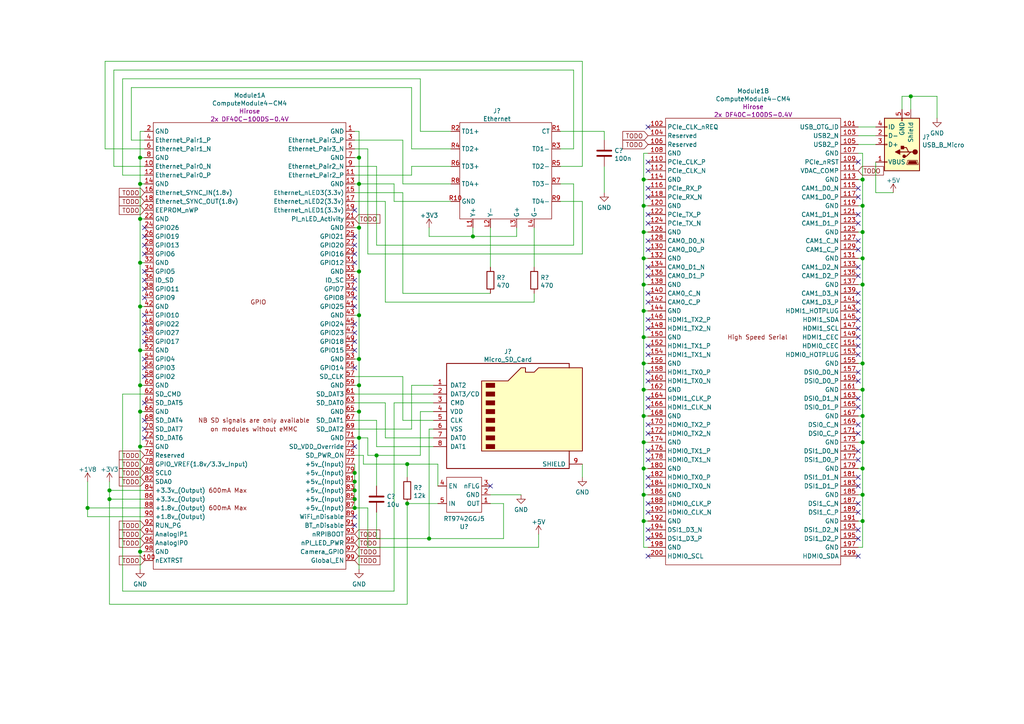
<source format=kicad_sch>
(kicad_sch (version 20210126) (generator eeschema)
  (paper "A4")
  (title_block (title "uCM4 Daughter Board") (date "2021-03-21") (rev "0.1.0"))
  (lib_symbols
    (symbol "CM4IO:ComputeModule4-CM4"
      (property "Reference" "Module" (at 113.03 -68.58 0))
      (property "Value" "ComputeModule4-CM4" (at 140.97 2.54 0))
      (property "Field4" "Hirose" (at 0 0 0))
      (property "Field5" "2x DF40C-100DS-0.4V" (at 0 -2.54 0))
      (symbol "ComputeModule4-CM4_1_0"
        (text "GPIO" (at 0 6.35 0) (effects (font (size 1.27 1.27))))
      )
      (symbol "ComputeModule4-CM4_1_1"
        (text "600mA Max" (at -8.89 -53.34 0) (effects (font (size 1.27 1.27))))
        (text "600mA Max" (at -8.89 -48.26 0) (effects (font (size 1.27 1.27))))
        (text "NB SD signals are only available" (at -1.27 -27.94 0) (effects (font (size 1.27 1.27))))
        (text "on modules without eMMC" (at -1.27 -30.48 0) (effects (font (size 1.27 1.27))))
        (rectangle (start -30.48 -71.12) (end 25.4 58.42))
        (pin power_in line (at 27.94 55.88 180) (length 2.54) (name "GND") (number "1"))
        (pin passive line (at -33.02 45.72 0) (length 2.54) (name "Ethernet_Pair0_N") (number "10"))
        (pin output line (at -33.02 -68.58 0) (length 2.54) (name "nEXTRST") (number "100"))
        (pin passive line (at 27.94 43.18 180) (length 2.54) (name "Ethernet_Pair2_P") (number "11"))
        (pin passive line (at -33.02 43.18 0) (length 2.54) (name "Ethernet_Pair0_P") (number "12"))
        (pin power_in line (at 27.94 40.64 180) (length 2.54) (name "GND") (number "13"))
        (pin power_in line (at -33.02 40.64 0) (length 2.54) (name "GND") (number "14"))
        (pin output line (at 27.94 38.1 180) (length 2.54) (name "Ethernet_nLED3(3.3v)") (number "15"))
        (pin input line (at -33.02 38.1 0) (length 2.54) (name "Ethernet_SYNC_IN(1.8v)") (number "16"))
        (pin output line (at 27.94 35.56 180) (length 2.54) (name "Ethernet_nLED2(3.3v)") (number "17"))
        (pin input line (at -33.02 35.56 0) (length 2.54) (name "Ethernet_SYNC_OUT(1.8v)") (number "18"))
        (pin output line (at 27.94 33.02 180) (length 2.54) (name "Ethernet_nLED1(3.3v)") (number "19"))
        (pin power_in line (at -33.02 55.88 0) (length 2.54) (name "GND") (number "2"))
        (pin passive line (at -33.02 33.02 0) (length 2.54) (name "EEPROM_nWP") (number "20"))
        (pin open_collector line (at 27.94 30.48 180) (length 2.54) (name "PI_nLED_Activity") (number "21"))
        (pin power_in line (at -33.02 30.48 0) (length 2.54) (name "GND") (number "22"))
        (pin power_in line (at 27.94 27.94 180) (length 2.54) (name "GND") (number "23"))
        (pin passive line (at -33.02 27.94 0) (length 2.54) (name "GPIO26") (number "24"))
        (pin passive line (at 27.94 25.4 180) (length 2.54) (name "GPIO21") (number "25"))
        (pin passive line (at -33.02 25.4 0) (length 2.54) (name "GPIO19") (number "26"))
        (pin passive line (at 27.94 22.86 180) (length 2.54) (name "GPIO20") (number "27"))
        (pin passive line (at -33.02 22.86 0) (length 2.54) (name "GPIO13") (number "28"))
        (pin passive line (at 27.94 20.32 180) (length 2.54) (name "GPIO16") (number "29"))
        (pin passive line (at 27.94 53.34 180) (length 2.54) (name "Ethernet_Pair3_P") (number "3"))
        (pin passive line (at -33.02 20.32 0) (length 2.54) (name "GPIO6") (number "30"))
        (pin passive line (at 27.94 17.78 180) (length 2.54) (name "GPIO12") (number "31"))
        (pin power_in line (at -33.02 17.78 0) (length 2.54) (name "GND") (number "32"))
        (pin power_in line (at 27.94 15.24 180) (length 2.54) (name "GND") (number "33"))
        (pin passive line (at -33.02 15.24 0) (length 2.54) (name "GPIO5") (number "34"))
        (pin passive line (at 27.94 12.7 180) (length 2.54) (name "ID_SC") (number "35"))
        (pin passive line (at -33.02 12.7 0) (length 2.54) (name "ID_SD") (number "36"))
        (pin passive line (at 27.94 10.16 180) (length 2.54) (name "GPIO7") (number "37"))
        (pin passive line (at -33.02 10.16 0) (length 2.54) (name "GPIO11") (number "38"))
        (pin passive line (at 27.94 7.62 180) (length 2.54) (name "GPIO8") (number "39"))
        (pin passive line (at -33.02 53.34 0) (length 2.54) (name "Ethernet_Pair1_P") (number "4"))
        (pin passive line (at -33.02 7.62 0) (length 2.54) (name "GPIO9") (number "40"))
        (pin passive line (at 27.94 5.08 180) (length 2.54) (name "GPIO25") (number "41"))
        (pin power_in line (at -33.02 5.08 0) (length 2.54) (name "GND") (number "42"))
        (pin power_in line (at 27.94 2.54 180) (length 2.54) (name "GND") (number "43"))
        (pin passive line (at -33.02 2.54 0) (length 2.54) (name "GPIO10") (number "44"))
        (pin passive line (at 27.94 0 180) (length 2.54) (name "GPIO24") (number "45"))
        (pin passive line (at -33.02 0 0) (length 2.54) (name "GPIO22") (number "46"))
        (pin passive line (at 27.94 -2.54 180) (length 2.54) (name "GPIO23") (number "47"))
        (pin passive line (at -33.02 -2.54 0) (length 2.54) (name "GPIO27") (number "48"))
        (pin passive line (at 27.94 -5.08 180) (length 2.54) (name "GPIO18") (number "49"))
        (pin passive line (at 27.94 50.8 180) (length 2.54) (name "Ethernet_Pair3_N") (number "5"))
        (pin passive line (at -33.02 -5.08 0) (length 2.54) (name "GPIO17") (number "50"))
        (pin passive line (at 27.94 -7.62 180) (length 2.54) (name "GPIO15") (number "51"))
        (pin power_in line (at -33.02 -7.62 0) (length 2.54) (name "GND") (number "52"))
        (pin power_in line (at 27.94 -10.16 180) (length 2.54) (name "GND") (number "53"))
        (pin passive line (at -33.02 -10.16 0) (length 2.54) (name "GPIO4") (number "54"))
        (pin passive line (at 27.94 -12.7 180) (length 2.54) (name "GPIO14") (number "55"))
        (pin passive line (at -33.02 -12.7 0) (length 2.54) (name "GPIO3") (number "56"))
        (pin passive line (at 27.94 -15.24 180) (length 2.54) (name "SD_CLK") (number "57"))
        (pin passive line (at -33.02 -15.24 0) (length 2.54) (name "GPIO2") (number "58"))
        (pin power_in line (at 27.94 -17.78 180) (length 2.54) (name "GND") (number "59"))
        (pin passive line (at -33.02 50.8 0) (length 2.54) (name "Ethernet_Pair1_N") (number "6"))
        (pin power_in line (at -33.02 -17.78 0) (length 2.54) (name "GND") (number "60"))
        (pin passive line (at 27.94 -20.32 180) (length 2.54) (name "SD_DAT3") (number "61"))
        (pin passive line (at -33.02 -20.32 0) (length 2.54) (name "SD_CMD") (number "62"))
        (pin passive line (at 27.94 -22.86 180) (length 2.54) (name "SD_DAT0") (number "63"))
        (pin passive line (at -33.02 -22.86 0) (length 2.54) (name "SD_DAT5") (number "64"))
        (pin power_in line (at 27.94 -25.4 180) (length 2.54) (name "GND") (number "65"))
        (pin power_in line (at -33.02 -25.4 0) (length 2.54) (name "GND") (number "66"))
        (pin passive line (at 27.94 -27.94 180) (length 2.54) (name "SD_DAT1") (number "67"))
        (pin passive line (at -33.02 -27.94 0) (length 2.54) (name "SD_DAT4") (number "68"))
        (pin passive line (at 27.94 -30.48 180) (length 2.54) (name "SD_DAT2") (number "69"))
        (pin power_in line (at 27.94 48.26 180) (length 2.54) (name "GND") (number "7"))
        (pin passive line (at -33.02 -30.48 0) (length 2.54) (name "SD_DAT7") (number "70"))
        (pin power_in line (at 27.94 -33.02 180) (length 2.54) (name "GND") (number "71"))
        (pin passive line (at -33.02 -33.02 0) (length 2.54) (name "SD_DAT6") (number "72"))
        (pin input line (at 27.94 -35.56 180) (length 2.54) (name "SD_VDD_Override") (number "73"))
        (pin power_in line (at -33.02 -35.56 0) (length 2.54) (name "GND") (number "74"))
        (pin output line (at 27.94 -38.1 180) (length 2.54) (name "SD_PWR_ON") (number "75"))
        (pin passive line (at -33.02 -38.1 0) (length 2.54) (name "Reserved") (number "76"))
        (pin power_in line (at 27.94 -40.64 180) (length 2.54) (name "+5v_(Input)") (number "77"))
        (pin power_in line (at -33.02 -40.64 0) (length 2.54) (name "GPIO_VREF(1.8v/3.3v_Input)") (number "78"))
        (pin power_in line (at 27.94 -43.18 180) (length 2.54) (name "+5v_(Input)") (number "79"))
        (pin power_in line (at -33.02 48.26 0) (length 2.54) (name "GND") (number "8"))
        (pin passive line (at -33.02 -43.18 0) (length 2.54) (name "SCL0") (number "80"))
        (pin power_in line (at 27.94 -45.72 180) (length 2.54) (name "+5v_(Input)") (number "81"))
        (pin passive line (at -33.02 -45.72 0) (length 2.54) (name "SDA0") (number "82"))
        (pin power_in line (at 27.94 -48.26 180) (length 2.54) (name "+5v_(Input)") (number "83"))
        (pin power_out line (at -33.02 -48.26 0) (length 2.54) (name "+3.3v_(Output)") (number "84"))
        (pin power_in line (at 27.94 -50.8 180) (length 2.54) (name "+5v_(Input)") (number "85"))
        (pin power_out line (at -33.02 -50.8 0) (length 2.54) (name "+3.3v_(Output)") (number "86"))
        (pin power_in line (at 27.94 -53.34 180) (length 2.54) (name "+5v_(Input)") (number "87"))
        (pin power_out line (at -33.02 -53.34 0) (length 2.54) (name "+1.8v_(Output)") (number "88"))
        (pin power_in line (at 27.94 -55.88 180) (length 2.54) (name "WiFi_nDisable") (number "89"))
        (pin passive line (at 27.94 45.72 180) (length 2.54) (name "Ethernet_Pair2_N") (number "9"))
        (pin power_out line (at -33.02 -55.88 0) (length 2.54) (name "+1.8v_(Output)") (number "90"))
        (pin power_in line (at 27.94 -58.42 180) (length 2.54) (name "BT_nDisable") (number "91"))
        (pin passive line (at -33.02 -58.42 0) (length 2.54) (name "RUN_PG") (number "92"))
        (pin input line (at 27.94 -60.96 180) (length 2.54) (name "nRPIBOOT") (number "93"))
        (pin passive line (at -33.02 -60.96 0) (length 2.54) (name "AnalogIP1") (number "94"))
        (pin output line (at 27.94 -63.5 180) (length 2.54) (name "nPI_LED_PWR") (number "95"))
        (pin passive line (at -33.02 -63.5 0) (length 2.54) (name "AnalogIP0") (number "96"))
        (pin passive line (at 27.94 -66.04 180) (length 2.54) (name "Camera_GPIO") (number "97"))
        (pin power_in line (at -33.02 -66.04 0) (length 2.54) (name "GND") (number "98"))
        (pin input line (at 27.94 -68.58 180) (length 2.54) (name "Global_EN") (number "99"))
      )
      (symbol "ComputeModule4-CM4_2_1"
        (text "High Speed Serial" (at 140.97 0 0) (effects (font (size 1.27 1.27))))
        (rectangle (start 114.3 -66.04) (end 165.1 63.5))
        (pin input line (at 170.18 60.96 180) (length 5.08) (name "USB_OTG_ID") (number "101"))
        (pin input line (at 109.22 60.96 0) (length 5.08) (name "PCIe_CLK_nREQ") (number "102"))
        (pin passive line (at 170.18 58.42 180) (length 5.08) (name "USB2_N") (number "103"))
        (pin passive line (at 109.22 58.42 0) (length 5.08) (name "Reserved") (number "104"))
        (pin passive line (at 170.18 55.88 180) (length 5.08) (name "USB2_P") (number "105"))
        (pin passive line (at 109.22 55.88 0) (length 5.08) (name "Reserved") (number "106"))
        (pin power_in line (at 170.18 53.34 180) (length 5.08) (name "GND") (number "107"))
        (pin power_in line (at 109.22 53.34 0) (length 5.08) (name "GND") (number "108"))
        (pin bidirectional line (at 170.18 50.8 180) (length 5.08) (name "PCIe_nRST") (number "109"))
        (pin output line (at 109.22 50.8 0) (length 5.08) (name "PCIe_CLK_P") (number "110"))
        (pin passive line (at 170.18 48.26 180) (length 5.08) (name "VDAC_COMP") (number "111"))
        (pin output line (at 109.22 48.26 0) (length 5.08) (name "PCIe_CLK_N") (number "112"))
        (pin power_in line (at 170.18 45.72 180) (length 5.08) (name "GND") (number "113"))
        (pin power_in line (at 109.22 45.72 0) (length 5.08) (name "GND") (number "114"))
        (pin input line (at 170.18 43.18 180) (length 5.08) (name "CAM1_D0_N") (number "115"))
        (pin input line (at 109.22 43.18 0) (length 5.08) (name "PCIe_RX_P") (number "116"))
        (pin input line (at 170.18 40.64 180) (length 5.08) (name "CAM1_D0_P") (number "117"))
        (pin input line (at 109.22 40.64 0) (length 5.08) (name "PCIe_RX_N") (number "118"))
        (pin power_in line (at 170.18 38.1 180) (length 5.08) (name "GND") (number "119"))
        (pin power_in line (at 109.22 38.1 0) (length 5.08) (name "GND") (number "120"))
        (pin input line (at 170.18 35.56 180) (length 5.08) (name "CAM1_D1_N") (number "121"))
        (pin output line (at 109.22 35.56 0) (length 5.08) (name "PCIe_TX_P") (number "122"))
        (pin input line (at 170.18 33.02 180) (length 5.08) (name "CAM1_D1_P") (number "123"))
        (pin output line (at 109.22 33.02 0) (length 5.08) (name "PCIe_TX_N") (number "124"))
        (pin power_in line (at 170.18 30.48 180) (length 5.08) (name "GND") (number "125"))
        (pin power_in line (at 109.22 30.48 0) (length 5.08) (name "GND") (number "126"))
        (pin input line (at 170.18 27.94 180) (length 5.08) (name "CAM1_C_N") (number "127"))
        (pin input line (at 109.22 27.94 0) (length 5.08) (name "CAM0_D0_N") (number "128"))
        (pin input line (at 170.18 25.4 180) (length 5.08) (name "CAM1_C_P") (number "129"))
        (pin input line (at 109.22 25.4 0) (length 5.08) (name "CAM0_D0_P") (number "130"))
        (pin power_in line (at 170.18 22.86 180) (length 5.08) (name "GND") (number "131"))
        (pin power_in line (at 109.22 22.86 0) (length 5.08) (name "GND") (number "132"))
        (pin input line (at 170.18 20.32 180) (length 5.08) (name "CAM1_D2_N") (number "133"))
        (pin input line (at 109.22 20.32 0) (length 5.08) (name "CAM0_D1_N") (number "134"))
        (pin input line (at 170.18 17.78 180) (length 5.08) (name "CAM1_D2_P") (number "135"))
        (pin input line (at 109.22 17.78 0) (length 5.08) (name "CAM0_D1_P") (number "136"))
        (pin power_in line (at 170.18 15.24 180) (length 5.08) (name "GND") (number "137"))
        (pin power_in line (at 109.22 15.24 0) (length 5.08) (name "GND") (number "138"))
        (pin input line (at 170.18 12.7 180) (length 5.08) (name "CAM1_D3_N") (number "139"))
        (pin input line (at 109.22 12.7 0) (length 5.08) (name "CAM0_C_N") (number "140"))
        (pin input line (at 170.18 10.16 180) (length 5.08) (name "CAM1_D3_P") (number "141"))
        (pin input line (at 109.22 10.16 0) (length 5.08) (name "CAM0_C_P") (number "142"))
        (pin input line (at 170.18 7.62 180) (length 5.08) (name "HDMI1_HOTPLUG") (number "143"))
        (pin power_in line (at 109.22 7.62 0) (length 5.08) (name "GND") (number "144"))
        (pin bidirectional line (at 170.18 5.08 180) (length 5.08) (name "HDMI1_SDA") (number "145"))
        (pin output line (at 109.22 5.08 0) (length 5.08) (name "HDMI1_TX2_P") (number "146"))
        (pin open_collector line (at 170.18 2.54 180) (length 5.08) (name "HDMI1_SCL") (number "147"))
        (pin output line (at 109.22 2.54 0) (length 5.08) (name "HDMI1_TX2_N") (number "148"))
        (pin open_collector line (at 170.18 0 180) (length 5.08) (name "HDMI1_CEC") (number "149"))
        (pin power_in line (at 109.22 0 0) (length 5.08) (name "GND") (number "150"))
        (pin open_collector line (at 170.18 -2.54 180) (length 5.08) (name "HDMI0_CEC") (number "151"))
        (pin output line (at 109.22 -2.54 0) (length 5.08) (name "HDMI1_TX1_P") (number "152"))
        (pin input line (at 170.18 -5.08 180) (length 5.08) (name "HDMI0_HOTPLUG") (number "153"))
        (pin output line (at 109.22 -5.08 0) (length 5.08) (name "HDMI1_TX1_N") (number "154"))
        (pin power_in line (at 170.18 -7.62 180) (length 5.08) (name "GND") (number "155"))
        (pin power_in line (at 109.22 -7.62 0) (length 5.08) (name "GND") (number "156"))
        (pin output line (at 170.18 -10.16 180) (length 5.08) (name "DSI0_D0_N") (number "157"))
        (pin output line (at 109.22 -10.16 0) (length 5.08) (name "HDMI1_TX0_P") (number "158"))
        (pin output line (at 170.18 -12.7 180) (length 5.08) (name "DSI0_D0_P") (number "159"))
        (pin output line (at 109.22 -12.7 0) (length 5.08) (name "HDMI1_TX0_N") (number "160"))
        (pin power_in line (at 170.18 -15.24 180) (length 5.08) (name "GND") (number "161"))
        (pin power_in line (at 109.22 -15.24 0) (length 5.08) (name "GND") (number "162"))
        (pin output line (at 170.18 -17.78 180) (length 5.08) (name "DSI0_D1_N") (number "163"))
        (pin output line (at 109.22 -17.78 0) (length 5.08) (name "HDMI1_CLK_P") (number "164"))
        (pin output line (at 170.18 -20.32 180) (length 5.08) (name "DSI0_D1_P") (number "165"))
        (pin output line (at 109.22 -20.32 0) (length 5.08) (name "HDMI1_CLK_N") (number "166"))
        (pin power_in line (at 170.18 -22.86 180) (length 5.08) (name "GND") (number "167"))
        (pin power_in line (at 109.22 -22.86 0) (length 5.08) (name "GND") (number "168"))
        (pin output line (at 170.18 -25.4 180) (length 5.08) (name "DSI0_C_N") (number "169"))
        (pin output line (at 109.22 -25.4 0) (length 5.08) (name "HDMI0_TX2_P") (number "170"))
        (pin output line (at 170.18 -27.94 180) (length 5.08) (name "DSI0_C_P") (number "171"))
        (pin output line (at 109.22 -27.94 0) (length 5.08) (name "HDMI0_TX2_N") (number "172"))
        (pin power_in line (at 170.18 -30.48 180) (length 5.08) (name "GND") (number "173"))
        (pin power_in line (at 109.22 -30.48 0) (length 5.08) (name "GND") (number "174"))
        (pin output line (at 170.18 -33.02 180) (length 5.08) (name "DSI1_D0_N") (number "175"))
        (pin output line (at 109.22 -33.02 0) (length 5.08) (name "HDMI0_TX1_P") (number "176"))
        (pin output line (at 170.18 -35.56 180) (length 5.08) (name "DSI1_D0_P") (number "177"))
        (pin output line (at 109.22 -35.56 0) (length 5.08) (name "HDMI0_TX1_N") (number "178"))
        (pin power_in line (at 170.18 -38.1 180) (length 5.08) (name "GND") (number "179"))
        (pin power_in line (at 109.22 -38.1 0) (length 5.08) (name "GND") (number "180"))
        (pin output line (at 170.18 -40.64 180) (length 5.08) (name "DSI1_D1_N") (number "181"))
        (pin output line (at 109.22 -40.64 0) (length 5.08) (name "HDMI0_TX0_P") (number "182"))
        (pin output line (at 170.18 -43.18 180) (length 5.08) (name "DSI1_D1_P") (number "183"))
        (pin output line (at 109.22 -43.18 0) (length 5.08) (name "HDMI0_TX0_N") (number "184"))
        (pin power_in line (at 170.18 -45.72 180) (length 5.08) (name "GND") (number "185"))
        (pin power_in line (at 109.22 -45.72 0) (length 5.08) (name "GND") (number "186"))
        (pin output line (at 170.18 -48.26 180) (length 5.08) (name "DSI1_C_N") (number "187"))
        (pin output line (at 109.22 -48.26 0) (length 5.08) (name "HDMI0_CLK_P") (number "188"))
        (pin output line (at 170.18 -50.8 180) (length 5.08) (name "DSI1_C_P") (number "189"))
        (pin output line (at 109.22 -50.8 0) (length 5.08) (name "HDMI0_CLK_N") (number "190"))
        (pin power_in line (at 170.18 -53.34 180) (length 5.08) (name "GND") (number "191"))
        (pin power_in line (at 109.22 -53.34 0) (length 5.08) (name "GND") (number "192"))
        (pin output line (at 170.18 -55.88 180) (length 5.08) (name "DSI1_D2_N") (number "193"))
        (pin output line (at 109.22 -55.88 0) (length 5.08) (name "DSI1_D3_N") (number "194"))
        (pin output line (at 170.18 -58.42 180) (length 5.08) (name "DSI1_D2_P") (number "195"))
        (pin output line (at 109.22 -58.42 0) (length 5.08) (name "DSI1_D3_P") (number "196"))
        (pin power_in line (at 170.18 -60.96 180) (length 5.08) (name "GND") (number "197"))
        (pin power_in line (at 109.22 -60.96 0) (length 5.08) (name "GND") (number "198"))
        (pin bidirectional line (at 170.18 -63.5 180) (length 5.08) (name "HDMI0_SDA") (number "199"))
        (pin open_collector line (at 109.22 -63.5 0) (length 5.08) (name "HDMI0_SCL") (number "200"))
      )
    )
    (symbol "CM4IO:RT9742GGJ5"
      (property "Reference" "U" (at 0 0 0))
      (property "Value" "RT9742GGJ5" (at 0 0 0))
      (symbol "RT9742GGJ5_0_0"
        (pin power_out line (at -8.89 10.16 0) (length 2.54) (name "OUT") (number "1"))
        (pin power_in line (at -8.89 7.62 0) (length 2.54) (name "GND") (number "2"))
        (pin open_collector line (at -8.89 5.08 0) (length 2.54) (name "nFLG") (number "3"))
        (pin input line (at 6.35 5.08 180) (length 2.54) (name "EN") (number "4"))
        (pin power_in line (at 6.35 10.16 180) (length 2.54) (name "IN") (number "5"))
      )
      (symbol "RT9742GGJ5_0_1"
        (rectangle (start -6.35 12.7) (end 3.81 2.54))
      )
    )
    (symbol "Connector:Micro_SD_Card" (pin_names (offset 1.016))
      (property "Reference" "J" (at -16.51 15.24 0))
      (property "Value" "Micro_SD_Card" (at 16.51 15.24 0))
      (symbol "Micro_SD_Card_0_1"
        (rectangle (start -7.62 -9.525) (end -5.08 -10.795) (fill (type outline)))
        (rectangle (start -7.62 -6.985) (end -5.08 -8.255) (fill (type outline)))
        (rectangle (start -7.62 -4.445) (end -5.08 -5.715) (fill (type outline)))
        (rectangle (start -7.62 -1.905) (end -5.08 -3.175) (fill (type outline)))
        (rectangle (start -7.62 0.635) (end -5.08 -0.635) (fill (type outline)))
        (rectangle (start -7.62 3.175) (end -5.08 1.905) (fill (type outline)))
        (rectangle (start -7.62 5.715) (end -5.08 4.445) (fill (type outline)))
        (rectangle (start -7.62 8.255) (end -5.08 6.985) (fill (type outline)))
        (polyline (pts (xy 16.51 12.7) (xy 16.51 13.97) (xy -19.05 13.97) (xy -19.05 -16.51) (xy 16.51 -16.51) (xy 16.51 -11.43)) (stroke (width 0.254)))
        (polyline (pts (xy -8.89 -11.43) (xy -8.89 8.89) (xy -1.27 8.89) (xy 2.54 12.7) (xy 3.81 12.7) (xy 3.81 11.43) (xy 6.35 11.43) (xy 7.62 12.7) (xy 20.32 12.7) (xy 20.32 -11.43) (xy -8.89 -11.43)) (stroke (width 0.254)) (fill (type background)))
      )
      (symbol "Micro_SD_Card_1_1"
        (pin bidirectional line (at -22.86 7.62 0) (length 3.81) (name "DAT2") (number "1"))
        (pin bidirectional line (at -22.86 5.08 0) (length 3.81) (name "DAT3/CD") (number "2"))
        (pin input line (at -22.86 2.54 0) (length 3.81) (name "CMD") (number "3"))
        (pin power_in line (at -22.86 0 0) (length 3.81) (name "VDD") (number "4"))
        (pin input line (at -22.86 -2.54 0) (length 3.81) (name "CLK") (number "5"))
        (pin power_in line (at -22.86 -5.08 0) (length 3.81) (name "VSS") (number "6"))
        (pin bidirectional line (at -22.86 -7.62 0) (length 3.81) (name "DAT0") (number "7"))
        (pin bidirectional line (at -22.86 -10.16 0) (length 3.81) (name "DAT1") (number "8"))
        (pin passive line (at 20.32 -15.24 180) (length 3.81) (name "SHIELD") (number "9"))
      )
    )
    (symbol "Connector:USB_B_Micro" (pin_names (offset 1.016))
      (property "Reference" "J" (at -5.08 11.43 0))
      (property "Value" "USB_B_Micro" (at -5.08 8.89 0))
      (symbol "USB_B_Micro_0_1"
        (circle (center -3.81 2.159) (radius 0.635) (stroke (width 0.254)) (fill (type outline)))
        (circle (center -0.635 3.429) (radius 0.381) (stroke (width 0.254)) (fill (type outline)))
        (rectangle (start -0.127 -7.62) (end 0.127 -6.858))
        (rectangle (start 5.08 -5.207) (end 4.318 -4.953))
        (rectangle (start 5.08 -2.667) (end 4.318 -2.413))
        (rectangle (start 5.08 -0.127) (end 4.318 0.127))
        (rectangle (start 5.08 4.953) (end 4.318 5.207))
        (rectangle (start 0.254 1.27) (end -0.508 0.508) (stroke (width 0.254)) (fill (type outline)))
        (rectangle (start -5.08 -7.62) (end 5.08 7.62) (stroke (width 0.254)) (fill (type background)))
        (polyline (pts (xy -1.905 2.159) (xy 0.635 2.159)) (stroke (width 0.254)))
        (polyline (pts (xy -3.175 2.159) (xy -2.54 2.159) (xy -1.27 3.429) (xy -0.635 3.429)) (stroke (width 0.254)))
        (polyline (pts (xy -2.54 2.159) (xy -1.905 2.159) (xy -1.27 0.889) (xy 0 0.889)) (stroke (width 0.254)))
        (polyline (pts (xy -4.699 5.842) (xy -4.699 5.588) (xy -4.445 4.826) (xy -4.445 4.572) (xy -1.651 4.572) (xy -1.651 4.826) (xy -1.397 5.588) (xy -1.397 5.842) (xy -4.699 5.842)))
        (polyline (pts (xy 0.635 2.794) (xy 0.635 1.524) (xy 1.905 2.159) (xy 0.635 2.794)) (stroke (width 0.254)) (fill (type outline)))
        (polyline (pts (xy -4.318 5.588) (xy -1.778 5.588) (xy -2.032 4.826) (xy -4.064 4.826) (xy -4.318 5.588)) (fill (type outline)))
      )
      (symbol "USB_B_Micro_1_1"
        (pin power_out line (at 7.62 5.08 180) (length 2.54) (name "VBUS") (number "1"))
        (pin bidirectional line (at 7.62 -2.54 180) (length 2.54) (name "D-") (number "2"))
        (pin bidirectional line (at 7.62 0 180) (length 2.54) (name "D+") (number "3"))
        (pin passive line (at 7.62 -5.08 180) (length 2.54) (name "ID") (number "4"))
        (pin power_out line (at 0 -10.16 90) (length 2.54) (name "GND") (number "5"))
        (pin passive line (at -2.54 -10.16 90) (length 2.54) (name "Shield") (number "6"))
      )
    )
    (symbol "Device:C" (pin_numbers hide) (pin_names (offset 0.254))
      (property "Reference" "C" (at 0.635 2.54 0))
      (property "Value" "C" (at 0.635 -2.54 0))
      (symbol "C_0_1"
        (polyline (pts (xy -2.032 -0.762) (xy 2.032 -0.762)) (stroke (width 0.508)))
        (polyline (pts (xy -2.032 0.762) (xy 2.032 0.762)) (stroke (width 0.508)))
      )
      (symbol "C_1_1"
        (pin passive line (at 0 3.81 270) (length 2.794) (name "~") (number "1"))
        (pin passive line (at 0 -3.81 90) (length 2.794) (name "~") (number "2"))
      )
    )
    (symbol "Device:R" (pin_numbers hide) (pin_names (offset 0))
      (property "Reference" "R" (at 2.032 0 90))
      (property "Value" "R" (at 0 0 90))
      (symbol "R_0_1"
        (rectangle (start -1.016 -2.54) (end 1.016 2.54) (stroke (width 0.254)))
      )
      (symbol "R_1_1"
        (pin passive line (at 0 3.81 270) (length 1.27) (name "~") (number "1"))
        (pin passive line (at 0 -3.81 90) (length 1.27) (name "~") (number "2"))
      )
    )
    (symbol "Special:Ethernet"
      (property "Reference" "J" (at 15.24 1.27 0))
      (property "Value" "Ethernet" (at 15.24 3.81 0))
      (symbol "Ethernet_0_0"
        (pin bidirectional line (at 7.62 -30.48 90) (length 2.54) (name "Y+") (number "L1"))
        (pin bidirectional line (at 12.7 -30.48 90) (length 2.54) (name "Y-") (number "L2"))
        (pin bidirectional line (at 20.32 -30.48 90) (length 2.54) (name "G+") (number "L3"))
        (pin bidirectional line (at 25.4 -30.48 90) (length 2.54) (name "G-") (number "L4"))
        (pin bidirectional line (at 33.02 -2.54 180) (length 2.54) (name "CT") (number "R1"))
        (pin bidirectional line (at 1.27 -22.86 0) (length 2.54) (name "GND") (number "R10"))
        (pin bidirectional line (at 1.27 -2.54 0) (length 2.54) (name "TD1+") (number "R2"))
        (pin bidirectional line (at 33.02 -7.62 180) (length 2.54) (name "TD1-") (number "R3"))
        (pin bidirectional line (at 1.27 -7.62 0) (length 2.54) (name "TD2+") (number "R4"))
        (pin bidirectional line (at 33.02 -12.7 180) (length 2.54) (name "TD2-") (number "R5"))
        (pin bidirectional line (at 1.27 -12.7 0) (length 2.54) (name "TD3+") (number "R6"))
        (pin bidirectional line (at 33.02 -17.78 180) (length 2.54) (name "TD3-") (number "R7"))
        (pin bidirectional line (at 1.27 -17.78 0) (length 2.54) (name "TD4+") (number "R8"))
        (pin bidirectional line (at 33.02 -22.86 180) (length 2.54) (name "TD4-") (number "R9"))
      )
      (symbol "Ethernet_0_1"
        (rectangle (start 3.81 0) (end 30.48 -27.94) (stroke (width 0.1524)))
      )
    )
    (symbol "power:+1V8" (power) (pin_names (offset 0))
      (property "Value" "+1V8" (at 0 3.556 0))
      (symbol "+1V8_0_1"
        (polyline (pts (xy -0.762 1.27) (xy 0 2.54)))
        (polyline (pts (xy 0 0) (xy 0 2.54)))
        (polyline (pts (xy 0 2.54) (xy 0.762 1.27)))
      )
      (symbol "+1V8_1_1"
        (pin power_in line (at 0 0 90) (length 0) hide (name "+1V8") (number "1"))
      )
    )
    (symbol "power:+3.3V" (power) (pin_names (offset 0))
      (property "Value" "+3.3V" (at 0 3.556 0))
      (symbol "+3.3V_0_1"
        (polyline (pts (xy -0.762 1.27) (xy 0 2.54)))
        (polyline (pts (xy 0 0) (xy 0 2.54)))
        (polyline (pts (xy 0 2.54) (xy 0.762 1.27)))
      )
      (symbol "+3.3V_1_1"
        (pin power_in line (at 0 0 90) (length 0) hide (name "+3V3") (number "1"))
      )
    )
    (symbol "power:+5V" (power) (pin_names (offset 0))
      (property "Value" "+5V" (at 0 3.556 0))
      (symbol "+5V_0_1"
        (polyline (pts (xy -0.762 1.27) (xy 0 2.54)))
        (polyline (pts (xy 0 0) (xy 0 2.54)))
        (polyline (pts (xy 0 2.54) (xy 0.762 1.27)))
      )
      (symbol "+5V_1_1"
        (pin power_in line (at 0 0 90) (length 0) hide (name "+5V") (number "1"))
      )
    )
    (symbol "power:GND" (power) (pin_names (offset 0))
      (property "Value" "GND" (at 0 -3.81 0))
      (symbol "GND_0_1"
        (polyline (pts (xy 0 0) (xy 0 -1.27) (xy 1.27 -1.27) (xy 0 -2.54) (xy -1.27 -1.27) (xy 0 -1.27)))
      )
      (symbol "GND_1_1"
        (pin power_in line (at 0 0 270) (length 0) hide (name "GND") (number "1"))
      )
    )
  )
  (junction (at 25.4 147.32) (diameter 1.016))
  (junction (at 31.75 142.24) (diameter 1.016))
  (junction (at 31.75 144.78) (diameter 1.016))
  (junction (at 40.64 45.72) (diameter 1.016))
  (junction (at 40.64 53.34) (diameter 1.016))
  (junction (at 40.64 63.5) (diameter 1.016))
  (junction (at 40.64 76.2) (diameter 1.016))
  (junction (at 40.64 88.9) (diameter 1.016))
  (junction (at 40.64 101.6) (diameter 1.016))
  (junction (at 40.64 111.76) (diameter 1.016))
  (junction (at 40.64 119.38) (diameter 1.016))
  (junction (at 40.64 129.54) (diameter 1.016))
  (junction (at 40.64 160.02) (diameter 1.016))
  (junction (at 102.87 137.16) (diameter 1.016))
  (junction (at 102.87 139.7) (diameter 1.016))
  (junction (at 102.87 142.24) (diameter 1.016))
  (junction (at 102.87 144.78) (diameter 1.016))
  (junction (at 102.87 147.32) (diameter 1.016))
  (junction (at 104.14 45.72) (diameter 1.016))
  (junction (at 104.14 53.34) (diameter 1.016))
  (junction (at 104.14 66.04) (diameter 1.016))
  (junction (at 104.14 78.74) (diameter 1.016))
  (junction (at 104.14 91.44) (diameter 1.016))
  (junction (at 104.14 104.14) (diameter 1.016))
  (junction (at 104.14 111.76) (diameter 1.016))
  (junction (at 104.14 119.38) (diameter 1.016))
  (junction (at 104.14 127) (diameter 1.016))
  (junction (at 109.22 132.08) (diameter 1.016))
  (junction (at 118.11 134.62) (diameter 1.016))
  (junction (at 118.11 146.05) (diameter 1.016))
  (junction (at 124.46 156.21) (diameter 1.016))
  (junction (at 137.16 68.58) (diameter 1.016))
  (junction (at 186.69 52.07) (diameter 1.016))
  (junction (at 186.69 59.69) (diameter 1.016))
  (junction (at 186.69 67.31) (diameter 1.016))
  (junction (at 186.69 74.93) (diameter 1.016))
  (junction (at 186.69 82.55) (diameter 1.016))
  (junction (at 186.69 90.17) (diameter 1.016))
  (junction (at 186.69 97.79) (diameter 1.016))
  (junction (at 186.69 105.41) (diameter 1.016))
  (junction (at 186.69 113.03) (diameter 1.016))
  (junction (at 186.69 120.65) (diameter 1.016))
  (junction (at 186.69 128.27) (diameter 1.016))
  (junction (at 186.69 135.89) (diameter 1.016))
  (junction (at 186.69 143.51) (diameter 1.016))
  (junction (at 186.69 151.13) (diameter 1.016))
  (junction (at 250.19 52.07) (diameter 1.016))
  (junction (at 250.19 59.69) (diameter 1.016))
  (junction (at 250.19 67.31) (diameter 1.016))
  (junction (at 250.19 74.93) (diameter 1.016))
  (junction (at 250.19 82.55) (diameter 1.016))
  (junction (at 250.19 105.41) (diameter 1.016))
  (junction (at 250.19 113.03) (diameter 1.016))
  (junction (at 250.19 120.65) (diameter 1.016))
  (junction (at 250.19 128.27) (diameter 1.016))
  (junction (at 250.19 135.89) (diameter 1.016))
  (junction (at 250.19 143.51) (diameter 1.016))
  (junction (at 250.19 151.13) (diameter 1.016))
  (junction (at 264.16 27.94) (diameter 1.016))
  (no_connect (at 41.91 66.04))
  (no_connect (at 41.91 68.58))
  (no_connect (at 41.91 71.12))
  (no_connect (at 41.91 73.66))
  (no_connect (at 41.91 78.74))
  (no_connect (at 41.91 81.28))
  (no_connect (at 41.91 83.82))
  (no_connect (at 41.91 86.36))
  (no_connect (at 41.91 91.44))
  (no_connect (at 41.91 93.98))
  (no_connect (at 41.91 96.52))
  (no_connect (at 41.91 99.06))
  (no_connect (at 41.91 104.14))
  (no_connect (at 41.91 106.68))
  (no_connect (at 41.91 109.22))
  (no_connect (at 41.91 116.84))
  (no_connect (at 41.91 121.92))
  (no_connect (at 41.91 124.46))
  (no_connect (at 41.91 127))
  (no_connect (at 102.87 60.96))
  (no_connect (at 102.87 68.58))
  (no_connect (at 102.87 71.12))
  (no_connect (at 102.87 73.66))
  (no_connect (at 102.87 76.2))
  (no_connect (at 102.87 81.28))
  (no_connect (at 102.87 83.82))
  (no_connect (at 102.87 86.36))
  (no_connect (at 102.87 88.9))
  (no_connect (at 102.87 93.98))
  (no_connect (at 102.87 96.52))
  (no_connect (at 102.87 99.06))
  (no_connect (at 102.87 101.6))
  (no_connect (at 102.87 106.68))
  (no_connect (at 102.87 129.54))
  (no_connect (at 102.87 149.86))
  (no_connect (at 102.87 152.4))
  (no_connect (at 142.24 140.97))
  (no_connect (at 187.96 36.83))
  (no_connect (at 187.96 46.99))
  (no_connect (at 187.96 49.53))
  (no_connect (at 187.96 54.61))
  (no_connect (at 187.96 57.15))
  (no_connect (at 187.96 62.23))
  (no_connect (at 187.96 64.77))
  (no_connect (at 187.96 69.85))
  (no_connect (at 187.96 72.39))
  (no_connect (at 187.96 77.47))
  (no_connect (at 187.96 80.01))
  (no_connect (at 187.96 85.09))
  (no_connect (at 187.96 87.63))
  (no_connect (at 187.96 92.71))
  (no_connect (at 187.96 95.25))
  (no_connect (at 187.96 100.33))
  (no_connect (at 187.96 102.87))
  (no_connect (at 187.96 107.95))
  (no_connect (at 187.96 110.49))
  (no_connect (at 187.96 115.57))
  (no_connect (at 187.96 118.11))
  (no_connect (at 187.96 123.19))
  (no_connect (at 187.96 125.73))
  (no_connect (at 187.96 130.81))
  (no_connect (at 187.96 133.35))
  (no_connect (at 187.96 138.43))
  (no_connect (at 187.96 140.97))
  (no_connect (at 187.96 146.05))
  (no_connect (at 187.96 148.59))
  (no_connect (at 187.96 153.67))
  (no_connect (at 187.96 156.21))
  (no_connect (at 187.96 161.29))
  (no_connect (at 248.92 46.99))
  (no_connect (at 248.92 54.61))
  (no_connect (at 248.92 57.15))
  (no_connect (at 248.92 62.23))
  (no_connect (at 248.92 64.77))
  (no_connect (at 248.92 69.85))
  (no_connect (at 248.92 72.39))
  (no_connect (at 248.92 77.47))
  (no_connect (at 248.92 80.01))
  (no_connect (at 248.92 85.09))
  (no_connect (at 248.92 87.63))
  (no_connect (at 248.92 90.17))
  (no_connect (at 248.92 92.71))
  (no_connect (at 248.92 95.25))
  (no_connect (at 248.92 97.79))
  (no_connect (at 248.92 100.33))
  (no_connect (at 248.92 102.87))
  (no_connect (at 248.92 107.95))
  (no_connect (at 248.92 110.49))
  (no_connect (at 248.92 115.57))
  (no_connect (at 248.92 118.11))
  (no_connect (at 248.92 123.19))
  (no_connect (at 248.92 125.73))
  (no_connect (at 248.92 130.81))
  (no_connect (at 248.92 133.35))
  (no_connect (at 248.92 138.43))
  (no_connect (at 248.92 140.97))
  (no_connect (at 248.92 146.05))
  (no_connect (at 248.92 148.59))
  (no_connect (at 248.92 153.67))
  (no_connect (at 248.92 156.21))
  (no_connect (at 248.92 161.29))
  (wire (pts (xy 25.4 139.7) (xy 25.4 147.32)))
  (wire (pts (xy 25.4 147.32) (xy 25.4 149.86)))
  (wire (pts (xy 25.4 147.32) (xy 41.91 147.32)))
  (wire (pts (xy 25.4 149.86) (xy 41.91 149.86)))
  (wire (pts (xy 30.48 17.78) (xy 30.48 43.18)))
  (wire (pts (xy 30.48 43.18) (xy 41.91 43.18)))
  (wire (pts (xy 31.75 139.7) (xy 31.75 142.24)))
  (wire (pts (xy 31.75 142.24) (xy 31.75 144.78)))
  (wire (pts (xy 31.75 144.78) (xy 31.75 175.26)))
  (wire (pts (xy 31.75 144.78) (xy 41.91 144.78)))
  (wire (pts (xy 31.75 175.26) (xy 118.11 175.26)))
  (wire (pts (xy 33.02 20.32) (xy 33.02 48.26)))
  (wire (pts (xy 33.02 48.26) (xy 41.91 48.26)))
  (wire (pts (xy 35.56 22.86) (xy 35.56 50.8)))
  (wire (pts (xy 35.56 22.86) (xy 121.92 22.86)))
  (wire (pts (xy 35.56 50.8) (xy 41.91 50.8)))
  (wire (pts (xy 35.56 114.3) (xy 41.91 114.3)))
  (wire (pts (xy 35.56 171.45) (xy 35.56 114.3)))
  (wire (pts (xy 38.1 25.4) (xy 38.1 40.64)))
  (wire (pts (xy 38.1 25.4) (xy 119.38 25.4)))
  (wire (pts (xy 38.1 40.64) (xy 41.91 40.64)))
  (wire (pts (xy 40.64 38.1) (xy 40.64 45.72)))
  (wire (pts (xy 40.64 45.72) (xy 40.64 53.34)))
  (wire (pts (xy 40.64 45.72) (xy 41.91 45.72)))
  (wire (pts (xy 40.64 53.34) (xy 40.64 63.5)))
  (wire (pts (xy 40.64 53.34) (xy 41.91 53.34)))
  (wire (pts (xy 40.64 63.5) (xy 40.64 76.2)))
  (wire (pts (xy 40.64 63.5) (xy 41.91 63.5)))
  (wire (pts (xy 40.64 76.2) (xy 40.64 88.9)))
  (wire (pts (xy 40.64 76.2) (xy 41.91 76.2)))
  (wire (pts (xy 40.64 88.9) (xy 40.64 101.6)))
  (wire (pts (xy 40.64 88.9) (xy 41.91 88.9)))
  (wire (pts (xy 40.64 101.6) (xy 40.64 111.76)))
  (wire (pts (xy 40.64 101.6) (xy 41.91 101.6)))
  (wire (pts (xy 40.64 111.76) (xy 40.64 119.38)))
  (wire (pts (xy 40.64 111.76) (xy 41.91 111.76)))
  (wire (pts (xy 40.64 119.38) (xy 40.64 129.54)))
  (wire (pts (xy 40.64 119.38) (xy 41.91 119.38)))
  (wire (pts (xy 40.64 129.54) (xy 40.64 160.02)))
  (wire (pts (xy 40.64 129.54) (xy 41.91 129.54)))
  (wire (pts (xy 40.64 160.02) (xy 40.64 165.1)))
  (wire (pts (xy 40.64 160.02) (xy 41.91 160.02)))
  (wire (pts (xy 41.91 38.1) (xy 40.64 38.1)))
  (wire (pts (xy 41.91 142.24) (xy 31.75 142.24)))
  (wire (pts (xy 102.87 38.1) (xy 104.14 38.1)))
  (wire (pts (xy 102.87 50.8) (xy 119.38 50.8)))
  (wire (pts (xy 102.87 53.34) (xy 104.14 53.34)))
  (wire (pts (xy 102.87 55.88) (xy 116.84 55.88)))
  (wire (pts (xy 102.87 58.42) (xy 111.76 58.42)))
  (wire (pts (xy 102.87 114.3) (xy 125.73 114.3)))
  (wire (pts (xy 102.87 127) (xy 104.14 127)))
  (wire (pts (xy 102.87 134.62) (xy 102.87 137.16)))
  (wire (pts (xy 102.87 137.16) (xy 102.87 139.7)))
  (wire (pts (xy 102.87 139.7) (xy 102.87 142.24)))
  (wire (pts (xy 102.87 142.24) (xy 102.87 144.78)))
  (wire (pts (xy 102.87 144.78) (xy 102.87 147.32)))
  (wire (pts (xy 102.87 147.32) (xy 106.68 147.32)))
  (wire (pts (xy 104.14 38.1) (xy 104.14 45.72)))
  (wire (pts (xy 104.14 45.72) (xy 102.87 45.72)))
  (wire (pts (xy 104.14 45.72) (xy 104.14 53.34)))
  (wire (pts (xy 104.14 53.34) (xy 104.14 66.04)))
  (wire (pts (xy 104.14 53.34) (xy 114.3 53.34)))
  (wire (pts (xy 104.14 66.04) (xy 102.87 66.04)))
  (wire (pts (xy 104.14 66.04) (xy 104.14 78.74)))
  (wire (pts (xy 104.14 78.74) (xy 102.87 78.74)))
  (wire (pts (xy 104.14 78.74) (xy 104.14 91.44)))
  (wire (pts (xy 104.14 91.44) (xy 102.87 91.44)))
  (wire (pts (xy 104.14 91.44) (xy 104.14 104.14)))
  (wire (pts (xy 104.14 104.14) (xy 102.87 104.14)))
  (wire (pts (xy 104.14 104.14) (xy 104.14 111.76)))
  (wire (pts (xy 104.14 111.76) (xy 102.87 111.76)))
  (wire (pts (xy 104.14 111.76) (xy 104.14 119.38)))
  (wire (pts (xy 104.14 119.38) (xy 102.87 119.38)))
  (wire (pts (xy 104.14 119.38) (xy 104.14 127)))
  (wire (pts (xy 104.14 127) (xy 104.14 165.1)))
  (wire (pts (xy 104.14 127) (xy 106.68 127)))
  (wire (pts (xy 105.41 132.08) (xy 102.87 132.08)))
  (wire (pts (xy 105.41 134.62) (xy 105.41 132.08)))
  (wire (pts (xy 106.68 43.18) (xy 102.87 43.18)))
  (wire (pts (xy 106.68 73.66) (xy 106.68 43.18)))
  (wire (pts (xy 106.68 132.08) (xy 106.68 127)))
  (wire (pts (xy 106.68 147.32) (xy 106.68 158.75)))
  (wire (pts (xy 106.68 158.75) (xy 156.21 158.75)))
  (wire (pts (xy 109.22 48.26) (xy 102.87 48.26)))
  (wire (pts (xy 109.22 71.12) (xy 109.22 48.26)))
  (wire (pts (xy 109.22 121.92) (xy 102.87 121.92)))
  (wire (pts (xy 109.22 129.54) (xy 109.22 121.92)))
  (wire (pts (xy 109.22 132.08) (xy 106.68 132.08)))
  (wire (pts (xy 109.22 132.08) (xy 109.22 140.97)))
  (wire (pts (xy 109.22 148.59) (xy 109.22 156.21)))
  (wire (pts (xy 109.22 156.21) (xy 124.46 156.21)))
  (wire (pts (xy 111.76 58.42) (xy 111.76 87.63)))
  (wire (pts (xy 111.76 87.63) (xy 154.94 87.63)))
  (wire (pts (xy 111.76 116.84) (xy 102.87 116.84)))
  (wire (pts (xy 111.76 127) (xy 111.76 116.84)))
  (wire (pts (xy 114.3 58.42) (xy 114.3 53.34)))
  (wire (pts (xy 114.3 116.84) (xy 114.3 171.45)))
  (wire (pts (xy 114.3 171.45) (xy 35.56 171.45)))
  (wire (pts (xy 116.84 40.64) (xy 102.87 40.64)))
  (wire (pts (xy 116.84 53.34) (xy 116.84 40.64)))
  (wire (pts (xy 116.84 55.88) (xy 116.84 85.09)))
  (wire (pts (xy 116.84 85.09) (xy 142.24 85.09)))
  (wire (pts (xy 116.84 109.22) (xy 102.87 109.22)))
  (wire (pts (xy 116.84 121.92) (xy 116.84 109.22)))
  (wire (pts (xy 118.11 134.62) (xy 105.41 134.62)))
  (wire (pts (xy 118.11 134.62) (xy 118.11 138.43)))
  (wire (pts (xy 118.11 134.62) (xy 127 134.62)))
  (wire (pts (xy 118.11 146.05) (xy 118.11 175.26)))
  (wire (pts (xy 118.11 146.05) (xy 127 146.05)))
  (wire (pts (xy 119.38 43.18) (xy 119.38 25.4)))
  (wire (pts (xy 119.38 48.26) (xy 119.38 50.8)))
  (wire (pts (xy 119.38 111.76) (xy 119.38 124.46)))
  (wire (pts (xy 119.38 124.46) (xy 102.87 124.46)))
  (wire (pts (xy 121.92 38.1) (xy 121.92 22.86)))
  (wire (pts (xy 121.92 119.38) (xy 121.92 132.08)))
  (wire (pts (xy 121.92 132.08) (xy 109.22 132.08)))
  (wire (pts (xy 124.46 66.04) (xy 124.46 68.58)))
  (wire (pts (xy 124.46 68.58) (xy 137.16 68.58)))
  (wire (pts (xy 124.46 124.46) (xy 124.46 156.21)))
  (wire (pts (xy 124.46 156.21) (xy 146.05 156.21)))
  (wire (pts (xy 125.73 111.76) (xy 119.38 111.76)))
  (wire (pts (xy 125.73 116.84) (xy 114.3 116.84)))
  (wire (pts (xy 125.73 119.38) (xy 121.92 119.38)))
  (wire (pts (xy 125.73 121.92) (xy 116.84 121.92)))
  (wire (pts (xy 125.73 124.46) (xy 124.46 124.46)))
  (wire (pts (xy 125.73 127) (xy 111.76 127)))
  (wire (pts (xy 125.73 129.54) (xy 109.22 129.54)))
  (wire (pts (xy 127 134.62) (xy 127 140.97)))
  (wire (pts (xy 130.81 38.1) (xy 121.92 38.1)))
  (wire (pts (xy 130.81 43.18) (xy 119.38 43.18)))
  (wire (pts (xy 130.81 48.26) (xy 119.38 48.26)))
  (wire (pts (xy 130.81 53.34) (xy 116.84 53.34)))
  (wire (pts (xy 130.81 58.42) (xy 114.3 58.42)))
  (wire (pts (xy 137.16 68.58) (xy 137.16 66.04)))
  (wire (pts (xy 142.24 66.04) (xy 142.24 77.47)))
  (wire (pts (xy 142.24 143.51) (xy 151.13 143.51)))
  (wire (pts (xy 146.05 146.05) (xy 142.24 146.05)))
  (wire (pts (xy 146.05 156.21) (xy 146.05 146.05)))
  (wire (pts (xy 149.86 66.04) (xy 149.86 68.58)))
  (wire (pts (xy 149.86 68.58) (xy 137.16 68.58)))
  (wire (pts (xy 154.94 66.04) (xy 154.94 77.47)))
  (wire (pts (xy 154.94 87.63) (xy 154.94 85.09)))
  (wire (pts (xy 156.21 154.94) (xy 156.21 158.75)))
  (wire (pts (xy 162.56 38.1) (xy 175.26 38.1)))
  (wire (pts (xy 162.56 43.18) (xy 166.37 43.18)))
  (wire (pts (xy 162.56 48.26) (xy 168.91 48.26)))
  (wire (pts (xy 162.56 53.34) (xy 166.37 53.34)))
  (wire (pts (xy 162.56 58.42) (xy 168.91 58.42)))
  (wire (pts (xy 166.37 20.32) (xy 33.02 20.32)))
  (wire (pts (xy 166.37 43.18) (xy 166.37 20.32)))
  (wire (pts (xy 166.37 53.34) (xy 166.37 71.12)))
  (wire (pts (xy 166.37 71.12) (xy 109.22 71.12)))
  (wire (pts (xy 168.91 17.78) (xy 30.48 17.78)))
  (wire (pts (xy 168.91 48.26) (xy 168.91 17.78)))
  (wire (pts (xy 168.91 58.42) (xy 168.91 73.66)))
  (wire (pts (xy 168.91 73.66) (xy 106.68 73.66)))
  (wire (pts (xy 168.91 134.62) (xy 168.91 138.43)))
  (wire (pts (xy 175.26 38.1) (xy 175.26 40.64)))
  (wire (pts (xy 175.26 48.26) (xy 175.26 55.88)))
  (wire (pts (xy 186.69 44.45) (xy 186.69 52.07)))
  (wire (pts (xy 186.69 52.07) (xy 186.69 59.69)))
  (wire (pts (xy 186.69 52.07) (xy 187.96 52.07)))
  (wire (pts (xy 186.69 59.69) (xy 186.69 67.31)))
  (wire (pts (xy 186.69 59.69) (xy 187.96 59.69)))
  (wire (pts (xy 186.69 67.31) (xy 186.69 74.93)))
  (wire (pts (xy 186.69 67.31) (xy 187.96 67.31)))
  (wire (pts (xy 186.69 74.93) (xy 186.69 82.55)))
  (wire (pts (xy 186.69 74.93) (xy 187.96 74.93)))
  (wire (pts (xy 186.69 82.55) (xy 186.69 90.17)))
  (wire (pts (xy 186.69 82.55) (xy 187.96 82.55)))
  (wire (pts (xy 186.69 90.17) (xy 186.69 97.79)))
  (wire (pts (xy 186.69 90.17) (xy 187.96 90.17)))
  (wire (pts (xy 186.69 97.79) (xy 186.69 105.41)))
  (wire (pts (xy 186.69 97.79) (xy 187.96 97.79)))
  (wire (pts (xy 186.69 105.41) (xy 186.69 113.03)))
  (wire (pts (xy 186.69 105.41) (xy 187.96 105.41)))
  (wire (pts (xy 186.69 113.03) (xy 186.69 120.65)))
  (wire (pts (xy 186.69 113.03) (xy 187.96 113.03)))
  (wire (pts (xy 186.69 120.65) (xy 186.69 128.27)))
  (wire (pts (xy 186.69 120.65) (xy 187.96 120.65)))
  (wire (pts (xy 186.69 128.27) (xy 186.69 135.89)))
  (wire (pts (xy 186.69 128.27) (xy 187.96 128.27)))
  (wire (pts (xy 186.69 135.89) (xy 186.69 143.51)))
  (wire (pts (xy 186.69 135.89) (xy 187.96 135.89)))
  (wire (pts (xy 186.69 143.51) (xy 186.69 151.13)))
  (wire (pts (xy 186.69 143.51) (xy 187.96 143.51)))
  (wire (pts (xy 186.69 151.13) (xy 186.69 158.75)))
  (wire (pts (xy 186.69 151.13) (xy 187.96 151.13)))
  (wire (pts (xy 186.69 158.75) (xy 187.96 158.75)))
  (wire (pts (xy 187.96 44.45) (xy 186.69 44.45)))
  (wire (pts (xy 248.92 36.83) (xy 254 36.83)))
  (wire (pts (xy 248.92 39.37) (xy 254 39.37)))
  (wire (pts (xy 248.92 41.91) (xy 254 41.91)))
  (wire (pts (xy 248.92 44.45) (xy 250.19 44.45)))
  (wire (pts (xy 250.19 44.45) (xy 250.19 52.07)))
  (wire (pts (xy 250.19 52.07) (xy 248.92 52.07)))
  (wire (pts (xy 250.19 52.07) (xy 250.19 59.69)))
  (wire (pts (xy 250.19 59.69) (xy 248.92 59.69)))
  (wire (pts (xy 250.19 59.69) (xy 250.19 67.31)))
  (wire (pts (xy 250.19 67.31) (xy 248.92 67.31)))
  (wire (pts (xy 250.19 67.31) (xy 250.19 74.93)))
  (wire (pts (xy 250.19 74.93) (xy 248.92 74.93)))
  (wire (pts (xy 250.19 74.93) (xy 250.19 82.55)))
  (wire (pts (xy 250.19 82.55) (xy 248.92 82.55)))
  (wire (pts (xy 250.19 82.55) (xy 250.19 105.41)))
  (wire (pts (xy 250.19 105.41) (xy 248.92 105.41)))
  (wire (pts (xy 250.19 105.41) (xy 250.19 113.03)))
  (wire (pts (xy 250.19 113.03) (xy 248.92 113.03)))
  (wire (pts (xy 250.19 113.03) (xy 250.19 120.65)))
  (wire (pts (xy 250.19 120.65) (xy 248.92 120.65)))
  (wire (pts (xy 250.19 120.65) (xy 250.19 128.27)))
  (wire (pts (xy 250.19 128.27) (xy 248.92 128.27)))
  (wire (pts (xy 250.19 128.27) (xy 250.19 135.89)))
  (wire (pts (xy 250.19 135.89) (xy 248.92 135.89)))
  (wire (pts (xy 250.19 135.89) (xy 250.19 143.51)))
  (wire (pts (xy 250.19 143.51) (xy 248.92 143.51)))
  (wire (pts (xy 250.19 143.51) (xy 250.19 151.13)))
  (wire (pts (xy 250.19 151.13) (xy 248.92 151.13)))
  (wire (pts (xy 250.19 151.13) (xy 250.19 158.75)))
  (wire (pts (xy 250.19 158.75) (xy 248.92 158.75)))
  (wire (pts (xy 254 55.88) (xy 254 46.99)))
  (wire (pts (xy 259.08 55.88) (xy 254 55.88)))
  (wire (pts (xy 261.62 27.94) (xy 261.62 31.75)))
  (wire (pts (xy 264.16 27.94) (xy 261.62 27.94)))
  (wire (pts (xy 264.16 27.94) (xy 264.16 31.75)))
  (wire (pts (xy 271.78 27.94) (xy 264.16 27.94)))
  (wire (pts (xy 271.78 34.29) (xy 271.78 27.94)))
  (global_label "TODO" (shape input) (at 41.91 55.88 180) (property "Intersheet References" "${INTERSHEET_REFS}" (effects hide)))
  (global_label "TODO" (shape input) (at 41.91 58.42 180) (property "Intersheet References" "${INTERSHEET_REFS}" (effects hide)))
  (global_label "TODO" (shape input) (at 41.91 60.96 180) (property "Intersheet References" "${INTERSHEET_REFS}" (effects hide)))
  (global_label "TODO" (shape input) (at 41.91 132.08 180) (property "Intersheet References" "${INTERSHEET_REFS}" (effects hide)))
  (global_label "TODO" (shape input) (at 41.91 134.62 180) (property "Intersheet References" "${INTERSHEET_REFS}" (effects hide)))
  (global_label "TODO" (shape input) (at 41.91 137.16 180) (property "Intersheet References" "${INTERSHEET_REFS}" (effects hide)))
  (global_label "TODO" (shape input) (at 41.91 139.7 180) (property "Intersheet References" "${INTERSHEET_REFS}" (effects hide)))
  (global_label "TODO" (shape input) (at 41.91 152.4 180) (property "Intersheet References" "${INTERSHEET_REFS}" (effects hide)))
  (global_label "TODO" (shape input) (at 41.91 154.94 180) (property "Intersheet References" "${INTERSHEET_REFS}" (effects hide)))
  (global_label "TODO" (shape input) (at 41.91 157.48 180) (property "Intersheet References" "${INTERSHEET_REFS}" (effects hide)))
  (global_label "TODO" (shape input) (at 41.91 162.56 180) (property "Intersheet References" "${INTERSHEET_REFS}" (effects hide)))
  (global_label "TODO" (shape input) (at 102.87 63.5 0) (property "Intersheet References" "${INTERSHEET_REFS}" (effects hide)))
  (global_label "TODO" (shape input) (at 102.87 154.94 0) (property "Intersheet References" "${INTERSHEET_REFS}" (effects hide)))
  (global_label "TODO" (shape input) (at 102.87 157.48 0) (property "Intersheet References" "${INTERSHEET_REFS}" (effects hide)))
  (global_label "TODO" (shape input) (at 102.87 160.02 0) (property "Intersheet References" "${INTERSHEET_REFS}" (effects hide)))
  (global_label "TODO" (shape input) (at 102.87 162.56 0) (property "Intersheet References" "${INTERSHEET_REFS}" (effects hide)))
  (global_label "TODO" (shape input) (at 187.96 39.37 180) (property "Intersheet References" "${INTERSHEET_REFS}" (effects hide)))
  (global_label "TODO" (shape input) (at 187.96 41.91 180) (property "Intersheet References" "${INTERSHEET_REFS}" (effects hide)))
  (global_label "TODO" (shape input) (at 248.92 49.53 0) (property "Intersheet References" "${INTERSHEET_REFS}" (effects hide)))
  (symbol (lib_id "power:+1V8") (at 25.4 139.7 0) (unit 1)
    (property "Reference" "#PWR?" (effects hide))
    (property "Value" "+1V8" (at 25.4 136.1526 0))
  )
  (symbol (lib_id "power:+3.3V") (at 31.75 139.7 0) (unit 1)
    (property "Reference" "#PWR?" (effects hide))
    (property "Value" "+3.3V" (at 31.75 136.1526 0))
  )
  (symbol (lib_id "power:+3.3V") (at 124.46 66.04 0) (unit 1)
    (property "Reference" "#PWR?" (effects hide))
    (property "Value" "+3.3V" (at 124.46 62.4926 0))
  )
  (symbol (lib_id "power:+5V") (at 156.21 154.94 0) (unit 1)
    (property "Reference" "#PWR?" (effects hide))
    (property "Value" "+5V" (at 156.21 151.3926 0))
  )
  (symbol (lib_id "power:+5V") (at 259.08 55.88 0) (unit 1)
    (property "Reference" "#PWR?" (effects hide))
    (property "Value" "+5V" (at 259.08 52.3326 0))
  )
  (symbol (lib_id "power:GND") (at 40.64 165.1 0) (unit 1)
    (property "Reference" "#PWR?" (effects hide))
    (property "Value" "GND" (at 40.64 169.4244 0))
  )
  (symbol (lib_id "power:GND") (at 104.14 165.1 0) (unit 1)
    (property "Reference" "#PWR?" (effects hide))
    (property "Value" "GND" (at 104.14 169.4244 0))
  )
  (symbol (lib_id "power:GND") (at 151.13 143.51 0) (unit 1)
    (property "Reference" "#PWR?" (effects hide))
    (property "Value" "GND" (at 151.13 147.8344 0))
  )
  (symbol (lib_id "power:GND") (at 168.91 138.43 0) (unit 1)
    (property "Reference" "#PWR?" (effects hide))
    (property "Value" "GND" (at 168.91 142.7544 0))
  )
  (symbol (lib_id "power:GND") (at 175.26 55.88 0) (unit 1)
    (property "Reference" "#PWR?" (effects hide))
    (property "Value" "GND" (at 175.26 60.2044 0))
  )
  (symbol (lib_id "power:GND") (at 271.78 34.29 0) (unit 1)
    (property "Reference" "#PWR?" (effects hide))
    (property "Value" "GND" (at 271.78 38.6144 0))
  )
  (symbol (lib_id "Device:R") (at 118.11 142.24 0) (unit 1)
    (property "Reference" "R?" (at 119.8881 141.4791 0) (effects (justify left)))
    (property "Value" "12k" (at 119.8881 143.7778 0) (effects (justify left)))
  )
  (symbol (lib_id "Device:R") (at 142.24 81.28 0) (unit 1)
    (property "Reference" "R?" (at 144.0181 80.5191 0) (effects (justify left)))
    (property "Value" "470" (at 144.0181 82.8178 0) (effects (justify left)))
  )
  (symbol (lib_id "Device:R") (at 154.94 81.28 0) (unit 1)
    (property "Reference" "R?" (at 156.7181 80.5191 0) (effects (justify left)))
    (property "Value" "470" (at 156.7181 82.8178 0) (effects (justify left)))
  )
  (symbol (lib_id "Device:C") (at 109.22 144.78 0) (unit 1)
    (property "Reference" "C?" (at 112.1411 144.0191 0) (effects (justify left)))
    (property "Value" "10u" (at 112.1411 146.3178 0) (effects (justify left)))
  )
  (symbol (lib_id "Device:C") (at 175.26 44.45 0) (unit 1)
    (property "Reference" "C?" (at 178.1811 43.6891 0) (effects (justify left)))
    (property "Value" "100n" (at 178.1811 45.9878 0) (effects (justify left)))
  )
  (symbol (lib_id "CM4IO:RT9742GGJ5") (at 133.35 135.89 180) (unit 1)
    (property "Reference" "U?" (at 134.62 152.781 0))
    (property "Value" "RT9742GGJ5" (at 134.62 150.4696 0))
    (property "Footprint" "Package_TO_SOT_SMD:SOT-23-5" (effects hide))
    (property "Datasheet" "https://www.richtek.com/assets/product_file/RT9742/DS9742-00.pdf" (effects hide))
    (property "Field4" "Farnell" (effects hide))
    (property "Field5" "	2545875" (effects hide))
    (property "Field6" "RT9742GGJ5" (effects hide))
    (property "Field7" "RichTek" (effects hide))
    (property "Field8" "USWI00166" (effects hide))
    (property "Part Description" "	Power Switch/Driver 1:1 N-Channel 1A TSOT-23-5" (effects hide))
  )
  (symbol (lib_id "Connector:USB_B_Micro") (at 261.62 41.91 180) (unit 1)
    (property "Reference" "J?" (at 267.4621 39.7521 0) (effects (justify right)))
    (property "Value" "USB_B_Micro" (at 267.4621 42.0508 0) (effects (justify right)))
  )
  (symbol (lib_id "Special:Ethernet") (at 129.54 35.56 0) (unit 1)
    (property "Reference" "J?" (at 144.145 32.1776 0))
    (property "Value" "Ethernet" (at 144.145 34.4763 0))
  )
  (symbol (lib_id "Connector:Micro_SD_Card") (at 148.59 119.38 0) (unit 1)
    (property "Reference" "J?" (at 147.32 101.9768 0))
    (property "Value" "Micro_SD_Card" (at 147.32 104.2755 0))
    (property "Datasheet" "http://katalog.we-online.de/em/datasheet/693072010801.pdf" (effects hide))
  )
  (symbol (lib_id "CM4IO:ComputeModule4-CM4") (at 74.93 93.98 0) (unit 1)
    (property "Reference" "Module1" (at 72.39 27.6564 0))
    (property "Value" "ComputeModule4-CM4" (at 72.39 29.9551 0))
    (property "Footprint" "CM4IO:Raspberry-Pi-4-Compute-Module" (effects hide))
    (property "Field4" "Hirose" (at 72.39 32.2538 0))
    (property "Field5" "2x DF40C-100DS-0.4V" (at 72.39 34.5525 0))
  )
  (symbol (lib_id "CM4IO:ComputeModule4-CM4") (at 78.74 97.79 0) (unit 2)
    (property "Reference" "Module1" (at 218.44 26.3864 0))
    (property "Value" "ComputeModule4-CM4" (at 218.44 28.6851 0))
    (property "Footprint" "CM4IO:Raspberry-Pi-4-Compute-Module" (effects hide))
    (property "Field4" "Hirose" (at 218.44 30.9838 0))
    (property "Field5" "2x DF40C-100DS-0.4V" (at 218.44 33.2825 0))
  )
)
</source>
